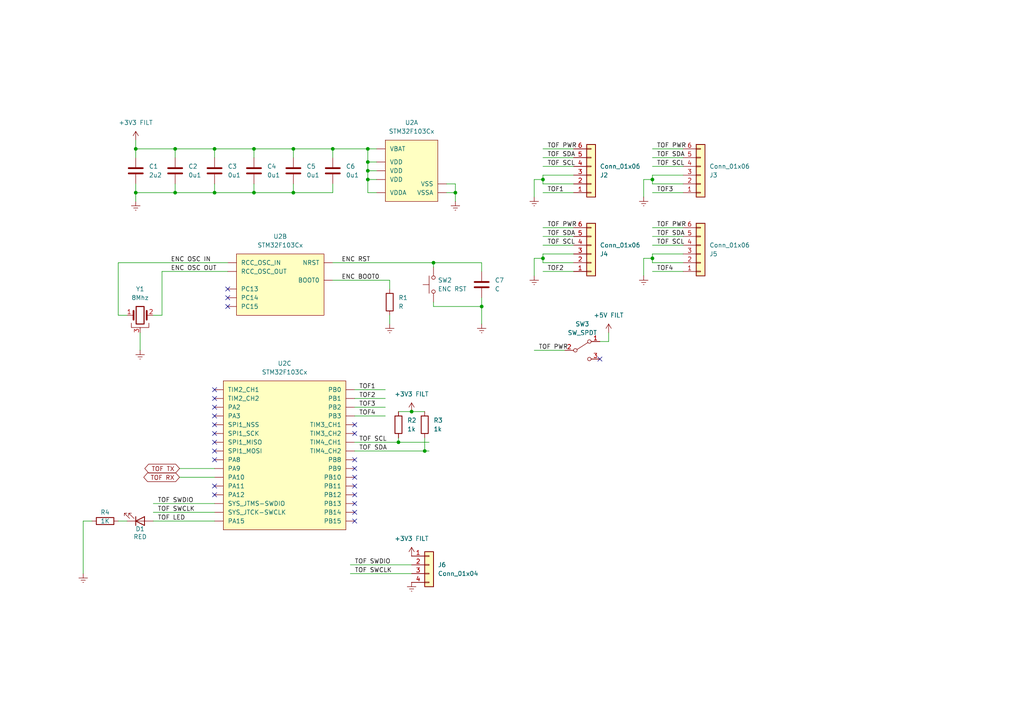
<source format=kicad_sch>
(kicad_sch (version 20231120) (generator "eeschema") (generator_version "8.0")
  (paper "A4")
  (lib_symbols
    (symbol "Connector_Generic:Conn_01x04" (pin_names (offset 1.016) hide)
      (property "Reference" "J" (at 0 5.08 0))
      (property "Value" "Conn_01x04" (at 0 -7.62 0))
      (symbol "Conn_01x04_1_1"
        (rectangle (start -1.27 -4.953) (end 0 -5.207) (stroke (width 0.1524)))
        (rectangle (start -1.27 -2.413) (end 0 -2.667) (stroke (width 0.1524)))
        (rectangle (start -1.27 0.127) (end 0 -0.127) (stroke (width 0.1524)))
        (rectangle (start -1.27 2.667) (end 0 2.413) (stroke (width 0.1524)))
        (rectangle (start -1.27 3.81) (end 1.27 -6.35) (stroke (width 0.254)) (fill (type background)))
        (pin passive line (at -5.08 2.54 0) (length 3.81) (name "Pin_1") (number "1"))
        (pin passive line (at -5.08 0 0) (length 3.81) (name "Pin_2") (number "2"))
        (pin passive line (at -5.08 -2.54 0) (length 3.81) (name "Pin_3") (number "3"))
        (pin passive line (at -5.08 -5.08 0) (length 3.81) (name "Pin_4") (number "4"))
      )
    )
    (symbol "Connector_Generic:Conn_01x06" (pin_names (offset 1.016) hide)
      (property "Reference" "J" (at 0 7.62 0))
      (property "Value" "Conn_01x06" (at 0 -10.16 0))
      (symbol "Conn_01x06_1_1"
        (rectangle (start -1.27 -7.493) (end 0 -7.747) (stroke (width 0.1524)))
        (rectangle (start -1.27 -4.953) (end 0 -5.207) (stroke (width 0.1524)))
        (rectangle (start -1.27 -2.413) (end 0 -2.667) (stroke (width 0.1524)))
        (rectangle (start -1.27 0.127) (end 0 -0.127) (stroke (width 0.1524)))
        (rectangle (start -1.27 2.667) (end 0 2.413) (stroke (width 0.1524)))
        (rectangle (start -1.27 5.207) (end 0 4.953) (stroke (width 0.1524)))
        (rectangle (start -1.27 6.35) (end 1.27 -8.89) (stroke (width 0.254)) (fill (type background)))
        (pin passive line (at -5.08 5.08 0) (length 3.81) (name "Pin_1") (number "1"))
        (pin passive line (at -5.08 2.54 0) (length 3.81) (name "Pin_2") (number "2"))
        (pin passive line (at -5.08 0 0) (length 3.81) (name "Pin_3") (number "3"))
        (pin passive line (at -5.08 -2.54 0) (length 3.81) (name "Pin_4") (number "4"))
        (pin passive line (at -5.08 -5.08 0) (length 3.81) (name "Pin_5") (number "5"))
        (pin passive line (at -5.08 -7.62 0) (length 3.81) (name "Pin_6") (number "6"))
      )
    )
    (symbol "Device:C" (pin_numbers hide) (pin_names (offset 0.254))
      (property "Reference" "C" (at 0.635 2.54 0))
      (property "Value" "C" (at 0.635 -2.54 0))
      (symbol "C_0_1"
        (polyline (pts (xy -2.032 -0.762) (xy 2.032 -0.762)) (stroke (width 0.508)))
        (polyline (pts (xy -2.032 0.762) (xy 2.032 0.762)) (stroke (width 0.508)))
      )
      (symbol "C_1_1"
        (pin passive line (at 0 3.81 270) (length 2.794) (name "~") (number "1"))
        (pin passive line (at 0 -3.81 90) (length 2.794) (name "~") (number "2"))
      )
    )
    (symbol "Device:Crystal_GND3" (pin_names (offset 1.016) hide)
      (property "Reference" "Y" (at 0 5.715 0))
      (property "Value" "Crystal_GND3" (at 0 3.81 0))
      (symbol "Crystal_GND3_0_1"
        (rectangle (start -1.143 2.54) (end 1.143 -2.54) (stroke (width 0.3048)))
        (polyline (pts (xy -2.54 0) (xy -1.905 0)))
        (polyline (pts (xy -1.905 -1.27) (xy -1.905 1.27)) (stroke (width 0.508)))
        (polyline (pts (xy 0 -3.81) (xy 0 -3.556)))
        (polyline (pts (xy 1.905 0) (xy 2.54 0)))
        (polyline (pts (xy 1.905 1.27) (xy 1.905 -1.27)) (stroke (width 0.508)))
        (polyline (pts (xy -2.54 -2.286) (xy -2.54 -3.556) (xy 2.54 -3.556) (xy 2.54 -2.286)))
      )
      (symbol "Crystal_GND3_1_1"
        (pin passive line (at -3.81 0 0) (length 1.27) (name "1") (number "1"))
        (pin passive line (at 3.81 0 180) (length 1.27) (name "2") (number "2"))
        (pin passive line (at 0 -5.08 90) (length 1.27) (name "3") (number "3"))
      )
    )
    (symbol "Device:LED" (pin_numbers hide) (pin_names (offset 1.016) hide)
      (property "Reference" "D" (at 0 2.54 0))
      (property "Value" "LED" (at 0 -2.54 0))
      (symbol "LED_0_1"
        (polyline (pts (xy -1.27 -1.27) (xy -1.27 1.27)) (stroke (width 0.254)))
        (polyline (pts (xy -1.27 0) (xy 1.27 0)))
        (polyline (pts (xy 1.27 -1.27) (xy 1.27 1.27) (xy -1.27 0) (xy 1.27 -1.27)) (stroke (width 0.254)))
        (polyline (pts (xy -3.048 -0.762) (xy -4.572 -2.286) (xy -3.81 -2.286) (xy -4.572 -2.286) (xy -4.572 -1.524)))
        (polyline (pts (xy -1.778 -0.762) (xy -3.302 -2.286) (xy -2.54 -2.286) (xy -3.302 -2.286) (xy -3.302 -1.524)))
      )
      (symbol "LED_1_1"
        (pin passive line (at -3.81 0 0) (length 2.54) (name "K") (number "1"))
        (pin passive line (at 3.81 0 180) (length 2.54) (name "A") (number "2"))
      )
    )
    (symbol "Device:R" (pin_numbers hide) (pin_names (offset 0))
      (property "Reference" "R" (at 2.032 0 90))
      (property "Value" "R" (at 0 0 90))
      (symbol "R_0_1"
        (rectangle (start -1.016 -2.54) (end 1.016 2.54) (stroke (width 0.254)))
      )
      (symbol "R_1_1"
        (pin passive line (at 0 3.81 270) (length 1.27) (name "~") (number "1"))
        (pin passive line (at 0 -3.81 90) (length 1.27) (name "~") (number "2"))
      )
    )
    (symbol "STM32F103Cx_1" (pin_numbers hide) (pin_names (offset 1.27))
      (property "Reference" "U" (at 0 1.778 0))
      (property "Value" "STM32F103Cx" (at 9.144 1.778 0))
      (symbol "STM32F103Cx_1_1_1"
        (rectangle (start -7.62 0) (end 7.62 -17.78) (fill (type background)))
        (pin power_in line (at -10.16 -2.54 0) (length 2.54) (name "VBAT") (number "1"))
        (pin power_in line (at 10.16 -12.7 180) (length 2.54) (name "VSS") (number "23"))
        (pin power_in line (at -10.16 -11.43 0) (length 2.54) (name "VDD") (number "24"))
        (pin passive line (at 10.16 -12.7 180) (length 2.54) hide (name "VSS") (number "35"))
        (pin power_in line (at -10.16 -8.89 0) (length 2.54) (name "VDD") (number "36"))
        (pin passive line (at 10.16 -12.7 180) (length 2.54) hide (name "VSS") (number "47"))
        (pin power_in line (at -10.16 -6.35 0) (length 2.54) (name "VDD") (number "48"))
        (pin power_in line (at 10.16 -15.24 180) (length 2.54) (name "VSSA") (number "8"))
        (pin power_in line (at -10.16 -15.24 0) (length 2.54) (name "VDDA") (number "9"))
      )
      (symbol "STM32F103Cx_1_2_1"
        (rectangle (start -12.7 0) (end 12.7 -17.78) (fill (type background)))
        (pin bidirectional line (at -15.24 -10.16 0) (length 2.54) (name "PC13") (number "2"))
        (pin bidirectional line (at -15.24 -12.7 0) (length 2.54) (name "PC14") (number "3"))
        (pin bidirectional line (at -15.24 -15.24 0) (length 2.54) (name "PC15") (number "4"))
        (pin input line (at 15.24 -7.62 180) (length 2.54) (name "BOOT0") (number "44"))
        (pin bidirectional line (at -15.24 -2.54 0) (length 2.54) (name "PD0") (number "5") (alternate "RCC_OSC_IN" bidirectional line))
        (pin bidirectional line (at -15.24 -5.08 0) (length 2.54) (name "PD1") (number "6") (alternate "RCC_OSC_OUT" bidirectional line))
        (pin input line (at 15.24 -2.54 180) (length 2.54) (name "NRST") (number "7"))
      )
      (symbol "STM32F103Cx_1_3_1"
        (rectangle (start -17.78 0) (end 17.78 -43.18) (fill (type background)))
        (pin bidirectional line (at -20.32 -2.54 0) (length 2.54) (name "PA0") (number "10") (alternate "TIM2_CH1" bidirectional line))
        (pin bidirectional line (at -20.32 -5.08 0) (length 2.54) (name "PA1") (number "11") (alternate "TIM2_CH2" bidirectional line))
        (pin bidirectional line (at -20.32 -7.62 0) (length 2.54) (name "PA2") (number "12"))
        (pin bidirectional line (at -20.32 -10.16 0) (length 2.54) (name "PA3") (number "13"))
        (pin bidirectional line (at -20.32 -12.7 0) (length 2.54) (name "PA4") (number "14") (alternate "SPI1_NSS" bidirectional line))
        (pin bidirectional line (at -20.32 -15.24 0) (length 2.54) (name "PA5") (number "15") (alternate "SPI1_SCK" bidirectional line))
        (pin bidirectional line (at -20.32 -17.78 0) (length 2.54) (name "PA6") (number "16") (alternate "SPI1_MISO" bidirectional line) (alternate "TIM3_CH1" bidirectional line))
        (pin bidirectional line (at -20.32 -20.32 0) (length 2.54) (name "PA7") (number "17") (alternate "SPI1_MOSI" bidirectional line) (alternate "TIM3_CH2" bidirectional line))
        (pin bidirectional line (at 20.32 -2.54 180) (length 2.54) (name "PB0") (number "18"))
        (pin bidirectional line (at 20.32 -5.08 180) (length 2.54) (name "PB1") (number "19"))
        (pin bidirectional line (at 20.32 -7.62 180) (length 2.54) (name "PB2") (number "20"))
        (pin bidirectional line (at 20.32 -27.94 180) (length 2.54) (name "PB10") (number "21"))
        (pin bidirectional line (at 20.32 -30.48 180) (length 2.54) (name "PB11") (number "22"))
        (pin bidirectional line (at 20.32 -33.02 180) (length 2.54) (name "PB12") (number "25"))
        (pin bidirectional line (at 20.32 -35.56 180) (length 2.54) (name "PB13") (number "26"))
        (pin bidirectional line (at 20.32 -38.1 180) (length 2.54) (name "PB14") (number "27"))
        (pin bidirectional line (at 20.32 -40.64 180) (length 2.54) (name "PB15") (number "28"))
        (pin bidirectional line (at -20.32 -22.86 0) (length 2.54) (name "PA8") (number "29") (alternate "" input line) (alternate "" input line))
        (pin bidirectional line (at -20.32 -25.4 0) (length 2.54) (name "PA9") (number "30"))
        (pin bidirectional line (at -20.32 -27.94 0) (length 2.54) (name "PA10") (number "31"))
        (pin bidirectional line (at -20.32 -30.48 0) (length 2.54) (name "PA11") (number "32"))
        (pin bidirectional line (at -20.32 -33.02 0) (length 2.54) (name "PA12") (number "33"))
        (pin bidirectional line (at -20.32 -35.56 0) (length 2.54) (name "PA13") (number "34") (alternate "SYS_JTMS-SWDIO" bidirectional line))
        (pin bidirectional line (at -20.32 -38.1 0) (length 2.54) (name "PA14") (number "37") (alternate "SYS_JTCK-SWCLK" bidirectional line))
        (pin bidirectional line (at -20.32 -40.64 0) (length 2.54) (name "PA15") (number "38") (alternate "SPI1_NSS" bidirectional line) (alternate "TIM2_CH1" bidirectional line))
        (pin bidirectional line (at 20.32 -10.16 180) (length 2.54) (name "PB3") (number "39") (alternate "SPI1_SCK" bidirectional line) (alternate "TIM2_CH2" bidirectional line))
        (pin bidirectional line (at 20.32 -12.7 180) (length 2.54) (name "PB4") (number "40") (alternate "SPI1_MISO" bidirectional line) (alternate "TIM3_CH1" bidirectional line))
        (pin bidirectional line (at 20.32 -15.24 180) (length 2.54) (name "PB5") (number "41") (alternate "SPI1_MOSI" bidirectional line) (alternate "TIM3_CH2" bidirectional line))
        (pin bidirectional line (at 20.32 -17.78 180) (length 2.54) (name "PB6") (number "42") (alternate "" input line) (alternate "TIM4_CH1" bidirectional line))
        (pin bidirectional line (at 20.32 -20.32 180) (length 2.54) (name "PB7") (number "43") (alternate "" input line) (alternate "TIM4_CH2" bidirectional line))
        (pin bidirectional line (at 20.32 -22.86 180) (length 2.54) (name "PB8") (number "45"))
        (pin bidirectional line (at 20.32 -25.4 180) (length 2.54) (name "PB9") (number "46"))
      )
    )
    (symbol "STM32F103Cx_2" (pin_numbers hide) (pin_names (offset 1.27))
      (property "Reference" "U" (at 0 1.778 0))
      (property "Value" "STM32F103Cx" (at 9.144 1.778 0))
      (symbol "STM32F103Cx_2_1_1"
        (rectangle (start -7.62 0) (end 7.62 -17.78) (fill (type background)))
        (pin power_in line (at -10.16 -2.54 0) (length 2.54) (name "VBAT") (number "1"))
        (pin power_in line (at 10.16 -12.7 180) (length 2.54) (name "VSS") (number "23"))
        (pin power_in line (at -10.16 -11.43 0) (length 2.54) (name "VDD") (number "24"))
        (pin passive line (at 10.16 -12.7 180) (length 2.54) hide (name "VSS") (number "35"))
        (pin power_in line (at -10.16 -8.89 0) (length 2.54) (name "VDD") (number "36"))
        (pin passive line (at 10.16 -12.7 180) (length 2.54) hide (name "VSS") (number "47"))
        (pin power_in line (at -10.16 -6.35 0) (length 2.54) (name "VDD") (number "48"))
        (pin passive line (at 10.16 -12.7 180) (length 2.54) hide (name "EP") (number "49"))
        (pin power_in line (at 10.16 -15.24 180) (length 2.54) (name "VSSA") (number "8"))
        (pin power_in line (at -10.16 -15.24 0) (length 2.54) (name "VDDA") (number "9"))
      )
      (symbol "STM32F103Cx_2_2_1"
        (rectangle (start -12.7 0) (end 12.7 -17.78) (fill (type background)))
        (pin bidirectional line (at -15.24 -10.16 0) (length 2.54) (name "PC13") (number "2"))
        (pin bidirectional line (at -15.24 -12.7 0) (length 2.54) (name "PC14") (number "3"))
        (pin bidirectional line (at -15.24 -15.24 0) (length 2.54) (name "PC15") (number "4"))
        (pin input line (at 15.24 -7.62 180) (length 2.54) (name "BOOT0") (number "44"))
        (pin bidirectional line (at -15.24 -2.54 0) (length 2.54) (name "PD0") (number "5") (alternate "RCC_OSC_IN" bidirectional line))
        (pin bidirectional line (at -15.24 -5.08 0) (length 2.54) (name "PD1") (number "6") (alternate "RCC_OSC_OUT" bidirectional line))
        (pin input line (at 15.24 -2.54 180) (length 2.54) (name "NRST") (number "7"))
      )
      (symbol "STM32F103Cx_2_3_1"
        (rectangle (start -17.78 0) (end 17.78 -43.18) (fill (type background)))
        (pin bidirectional line (at -20.32 -2.54 0) (length 2.54) (name "PA0") (number "10") (alternate "TIM2_CH1" bidirectional line))
        (pin bidirectional line (at -20.32 -5.08 0) (length 2.54) (name "PA1") (number "11") (alternate "TIM2_CH2" bidirectional line))
        (pin bidirectional line (at -20.32 -7.62 0) (length 2.54) (name "PA2") (number "12"))
        (pin bidirectional line (at -20.32 -10.16 0) (length 2.54) (name "PA3") (number "13"))
        (pin bidirectional line (at -20.32 -12.7 0) (length 2.54) (name "PA4") (number "14") (alternate "SPI1_NSS" bidirectional line))
        (pin bidirectional line (at -20.32 -15.24 0) (length 2.54) (name "PA5") (number "15") (alternate "SPI1_SCK" bidirectional line))
        (pin bidirectional line (at -20.32 -17.78 0) (length 2.54) (name "PA6") (number "16") (alternate "SPI1_MISO" bidirectional line) (alternate "TIM3_CH1" bidirectional line))
        (pin bidirectional line (at -20.32 -20.32 0) (length 2.54) (name "PA7") (number "17") (alternate "SPI1_MOSI" bidirectional line) (alternate "TIM3_CH2" bidirectional line))
        (pin bidirectional line (at 20.32 -2.54 180) (length 2.54) (name "PB0") (number "18"))
        (pin bidirectional line (at 20.32 -5.08 180) (length 2.54) (name "PB1") (number "19"))
        (pin bidirectional line (at 20.32 -7.62 180) (length 2.54) (name "PB2") (number "20"))
        (pin bidirectional line (at 20.32 -27.94 180) (length 2.54) (name "PB10") (number "21"))
        (pin bidirectional line (at 20.32 -30.48 180) (length 2.54) (name "PB11") (number "22"))
        (pin bidirectional line (at 20.32 -33.02 180) (length 2.54) (name "PB12") (number "25"))
        (pin bidirectional line (at 20.32 -35.56 180) (length 2.54) (name "PB13") (number "26"))
        (pin bidirectional line (at 20.32 -38.1 180) (length 2.54) (name "PB14") (number "27"))
        (pin bidirectional line (at 20.32 -40.64 180) (length 2.54) (name "PB15") (number "28"))
        (pin bidirectional line (at -20.32 -22.86 0) (length 2.54) (name "PA8") (number "29"))
        (pin bidirectional line (at -20.32 -25.4 0) (length 2.54) (name "PA9") (number "30"))
        (pin bidirectional line (at -20.32 -27.94 0) (length 2.54) (name "PA10") (number "31"))
        (pin bidirectional line (at -20.32 -30.48 0) (length 2.54) (name "PA11") (number "32"))
        (pin bidirectional line (at -20.32 -33.02 0) (length 2.54) (name "PA12") (number "33"))
        (pin bidirectional line (at -20.32 -35.56 0) (length 2.54) (name "PA13") (number "34") (alternate "SYS_JTMS-SWDIO" bidirectional line))
        (pin bidirectional line (at -20.32 -38.1 0) (length 2.54) (name "PA14") (number "37") (alternate "SYS_JTCK-SWCLK" bidirectional line))
        (pin bidirectional line (at -20.32 -40.64 0) (length 2.54) (name "PA15") (number "38") (alternate "SPI1_NSS" bidirectional line) (alternate "TIM2_CH1" bidirectional line))
        (pin bidirectional line (at 20.32 -10.16 180) (length 2.54) (name "PB3") (number "39") (alternate "SPI1_SCK" bidirectional line) (alternate "TIM2_CH2" bidirectional line))
        (pin bidirectional line (at 20.32 -12.7 180) (length 2.54) (name "PB4") (number "40") (alternate "SPI1_MISO" bidirectional line) (alternate "TIM3_CH1" bidirectional line))
        (pin bidirectional line (at 20.32 -15.24 180) (length 2.54) (name "PB5") (number "41") (alternate "SPI1_MOSI" bidirectional line) (alternate "TIM3_CH2" bidirectional line))
        (pin bidirectional line (at 20.32 -17.78 180) (length 2.54) (name "PB6") (number "42") (alternate "TIM4_CH1" bidirectional line))
        (pin bidirectional line (at 20.32 -20.32 180) (length 2.54) (name "PB7") (number "43") (alternate "TIM4_CH2" bidirectional line))
        (pin bidirectional line (at 20.32 -22.86 180) (length 2.54) (name "PB8") (number "45"))
        (pin bidirectional line (at 20.32 -25.4 180) (length 2.54) (name "PB9") (number "46"))
      )
    )
    (symbol "Switch:SW_Push" (pin_numbers hide) (pin_names (offset 1.016) hide)
      (property "Reference" "SW" (at 1.27 2.54 0))
      (property "Value" "SW_Push" (at 0 -1.524 0))
      (symbol "SW_Push_0_1"
        (circle (center -2.032 0) (radius 0.508))
        (polyline (pts (xy 0 1.27) (xy 0 3.048)))
        (polyline (pts (xy 2.54 1.27) (xy -2.54 1.27)))
        (circle (center 2.032 0) (radius 0.508))
        (pin passive line (at -5.08 0 0) (length 2.54) (name "1") (number "1"))
        (pin passive line (at 5.08 0 180) (length 2.54) (name "2") (number "2"))
      )
    )
    (symbol "Switch:SW_SPDT" (pin_names (offset 0) hide)
      (property "Reference" "SW" (at 0 4.318 0))
      (property "Value" "SW_SPDT" (at 0 -5.08 0))
      (symbol "SW_SPDT_0_0"
        (circle (center -2.032 0) (radius 0.508))
        (circle (center 2.032 -2.54) (radius 0.508))
      )
      (symbol "SW_SPDT_0_1"
        (polyline (pts (xy -1.524 0.254) (xy 1.651 2.286)))
        (circle (center 2.032 2.54) (radius 0.508))
      )
      (symbol "SW_SPDT_1_1"
        (pin passive line (at 5.08 2.54 180) (length 2.54) (name "A") (number "1"))
        (pin passive line (at -5.08 0 0) (length 2.54) (name "B") (number "2"))
        (pin passive line (at 5.08 -2.54 180) (length 2.54) (name "C") (number "3"))
      )
    )
    (symbol "power:+3V3" (power) (pin_numbers hide) (pin_names (offset 0) hide)
      (property "Value" "+3V3" (at 0 3.556 0))
      (symbol "+3V3_0_1"
        (polyline (pts (xy -0.762 1.27) (xy 0 2.54)))
        (polyline (pts (xy 0 0) (xy 0 2.54)))
        (polyline (pts (xy 0 2.54) (xy 0.762 1.27)))
      )
      (symbol "+3V3_1_1"
        (pin power_in line (at 0 0 90) (length 0) (name "~") (number "1"))
      )
    )
    (symbol "power:+5V" (power) (pin_names (offset 0))
      (property "Value" "+5V" (at 0 3.556 0))
      (symbol "+5V_0_1"
        (polyline (pts (xy -0.762 1.27) (xy 0 2.54)))
        (polyline (pts (xy 0 0) (xy 0 2.54)))
        (polyline (pts (xy 0 2.54) (xy 0.762 1.27)))
      )
      (symbol "+5V_1_1"
        (pin power_in line (at 0 0 90) (length 0) hide (name "+5V") (number "1"))
      )
    )
    (symbol "power:GNDREF" (power) (pin_numbers hide) (pin_names (offset 0) hide)
      (property "Value" "GNDREF" (at 0 -3.81 0))
      (symbol "GNDREF_0_1"
        (polyline (pts (xy -0.635 -1.905) (xy 0.635 -1.905)))
        (polyline (pts (xy -0.127 -2.54) (xy 0.127 -2.54)))
        (polyline (pts (xy 0 -1.27) (xy 0 0)))
        (polyline (pts (xy 1.27 -1.27) (xy -1.27 -1.27)))
      )
      (symbol "GNDREF_1_1"
        (pin power_in line (at 0 0 270) (length 0) (name "~") (number "1"))
      )
    )
    (symbol "vincent:STM32F103Cx" (pin_numbers hide) (pin_names (offset 1.27))
      (property "Reference" "U" (at 0 1.778 0))
      (property "Value" "STM32F103Cx" (at 9.144 1.778 0))
      (symbol "STM32F103Cx_1_1"
        (rectangle (start -7.62 0) (end 7.62 -17.78) (fill (type background)))
        (pin power_in line (at -10.16 -2.54 0) (length 2.54) (name "VBAT") (number "1"))
        (pin power_in line (at 10.16 -12.7 180) (length 2.54) (name "VSS") (number "23"))
        (pin power_in line (at -10.16 -11.43 0) (length 2.54) (name "VDD") (number "24"))
        (pin passive line (at 10.16 -12.7 180) (length 2.54) hide (name "VSS") (number "35"))
        (pin power_in line (at -10.16 -8.89 0) (length 2.54) (name "VDD") (number "36"))
        (pin passive line (at 10.16 -12.7 180) (length 2.54) hide (name "VSS") (number "47"))
        (pin power_in line (at -10.16 -6.35 0) (length 2.54) (name "VDD") (number "48"))
        (pin power_in line (at 10.16 -15.24 180) (length 2.54) (name "VSSA") (number "8"))
        (pin power_in line (at -10.16 -15.24 0) (length 2.54) (name "VDDA") (number "9"))
      )
      (symbol "STM32F103Cx_2_1"
        (rectangle (start -12.7 0) (end 12.7 -17.78) (fill (type background)))
        (pin bidirectional line (at -15.24 -10.16 0) (length 2.54) (name "PC13") (number "2"))
        (pin bidirectional line (at -15.24 -12.7 0) (length 2.54) (name "PC14") (number "3"))
        (pin bidirectional line (at -15.24 -15.24 0) (length 2.54) (name "PC15") (number "4"))
        (pin input line (at 15.24 -7.62 180) (length 2.54) (name "BOOT0") (number "44"))
        (pin bidirectional line (at -15.24 -2.54 0) (length 2.54) (name "PD0") (number "5") (alternate "RCC_OSC_IN" bidirectional line))
        (pin bidirectional line (at -15.24 -5.08 0) (length 2.54) (name "PD1") (number "6") (alternate "RCC_OSC_OUT" bidirectional line))
        (pin input line (at 15.24 -2.54 180) (length 2.54) (name "NRST") (number "7"))
      )
      (symbol "STM32F103Cx_3_1"
        (rectangle (start -17.78 0) (end 17.78 -43.18) (fill (type background)))
        (pin bidirectional line (at -20.32 -2.54 0) (length 2.54) (name "PA0") (number "10") (alternate "TIM2_CH1" bidirectional line))
        (pin bidirectional line (at -20.32 -5.08 0) (length 2.54) (name "PA1") (number "11") (alternate "TIM2_CH2" bidirectional line))
        (pin bidirectional line (at -20.32 -7.62 0) (length 2.54) (name "PA2") (number "12"))
        (pin bidirectional line (at -20.32 -10.16 0) (length 2.54) (name "PA3") (number "13"))
        (pin bidirectional line (at -20.32 -12.7 0) (length 2.54) (name "PA4") (number "14") (alternate "SPI1_NSS" bidirectional line))
        (pin bidirectional line (at -20.32 -15.24 0) (length 2.54) (name "PA5") (number "15") (alternate "SPI1_SCK" bidirectional line))
        (pin bidirectional line (at -20.32 -17.78 0) (length 2.54) (name "PA6") (number "16") (alternate "SPI1_MISO" bidirectional line) (alternate "TIM3_CH1" bidirectional line))
        (pin bidirectional line (at -20.32 -20.32 0) (length 2.54) (name "PA7") (number "17") (alternate "SPI1_MOSI" bidirectional line) (alternate "TIM3_CH2" bidirectional line))
        (pin bidirectional line (at 20.32 -2.54 180) (length 2.54) (name "PB0") (number "18"))
        (pin bidirectional line (at 20.32 -5.08 180) (length 2.54) (name "PB1") (number "19"))
        (pin bidirectional line (at 20.32 -7.62 180) (length 2.54) (name "PB2") (number "20"))
        (pin bidirectional line (at 20.32 -27.94 180) (length 2.54) (name "PB10") (number "21"))
        (pin bidirectional line (at 20.32 -30.48 180) (length 2.54) (name "PB11") (number "22"))
        (pin bidirectional line (at 20.32 -33.02 180) (length 2.54) (name "PB12") (number "25"))
        (pin bidirectional line (at 20.32 -35.56 180) (length 2.54) (name "PB13") (number "26"))
        (pin bidirectional line (at 20.32 -38.1 180) (length 2.54) (name "PB14") (number "27"))
        (pin bidirectional line (at 20.32 -40.64 180) (length 2.54) (name "PB15") (number "28"))
        (pin bidirectional line (at -20.32 -22.86 0) (length 2.54) (name "PA8") (number "29"))
        (pin bidirectional line (at -20.32 -25.4 0) (length 2.54) (name "PA9") (number "30"))
        (pin bidirectional line (at -20.32 -27.94 0) (length 2.54) (name "PA10") (number "31"))
        (pin bidirectional line (at -20.32 -30.48 0) (length 2.54) (name "PA11") (number "32"))
        (pin bidirectional line (at -20.32 -33.02 0) (length 2.54) (name "PA12") (number "33"))
        (pin bidirectional line (at -20.32 -35.56 0) (length 2.54) (name "PA13") (number "34") (alternate "SYS_JTMS-SWDIO" bidirectional line))
        (pin bidirectional line (at -20.32 -38.1 0) (length 2.54) (name "PA14") (number "37") (alternate "SYS_JTCK-SWCLK" bidirectional line))
        (pin bidirectional line (at -20.32 -40.64 0) (length 2.54) (name "PA15") (number "38") (alternate "SPI1_NSS" bidirectional line) (alternate "TIM2_CH1" bidirectional line))
        (pin bidirectional line (at 20.32 -10.16 180) (length 2.54) (name "PB3") (number "39") (alternate "SPI1_SCK" bidirectional line) (alternate "TIM2_CH2" bidirectional line))
        (pin bidirectional line (at 20.32 -12.7 180) (length 2.54) (name "PB4") (number "40") (alternate "SPI1_MISO" bidirectional line) (alternate "TIM3_CH1" bidirectional line))
        (pin bidirectional line (at 20.32 -15.24 180) (length 2.54) (name "PB5") (number "41") (alternate "SPI1_MOSI" bidirectional line) (alternate "TIM3_CH2" bidirectional line))
        (pin bidirectional line (at 20.32 -17.78 180) (length 2.54) (name "PB6") (number "42") (alternate "TIM4_CH1" bidirectional line))
        (pin bidirectional line (at 20.32 -20.32 180) (length 2.54) (name "PB7") (number "43") (alternate "TIM4_CH2" bidirectional line))
        (pin bidirectional line (at 20.32 -22.86 180) (length 2.54) (name "PB8") (number "45"))
        (pin bidirectional line (at 20.32 -25.4 180) (length 2.54) (name "PB9") (number "46"))
      )
    )
  )
  (junction (at 50.8 55.88))
  (junction (at 106.68 49.53))
  (junction (at 50.8 43.18))
  (junction (at 62.23 55.88))
  (junction (at 157.48 74.93))
  (junction (at 132.08 55.88))
  (junction (at 125.73 76.2))
  (junction (at 119.38 119.38))
  (junction (at 39.37 55.88))
  (junction (at 106.68 43.18))
  (junction (at 139.7 88.9))
  (junction (at 106.68 46.99))
  (junction (at 85.09 55.88))
  (junction (at 96.52 43.18))
  (junction (at 85.09 43.18))
  (junction (at 123.19 130.81))
  (junction (at 157.48 52.07))
  (junction (at 115.57 128.27))
  (junction (at 73.66 55.88))
  (junction (at 39.37 43.18))
  (junction (at 62.23 43.18))
  (junction (at 189.23 74.93))
  (junction (at 73.66 43.18))
  (junction (at 106.68 52.07))
  (junction (at 189.23 52.07))
  (no_connect (at 66.04 86.36))
  (no_connect (at 62.23 140.97))
  (no_connect (at 102.87 146.05))
  (no_connect (at 62.23 118.11))
  (no_connect (at 62.23 128.27))
  (no_connect (at 62.23 123.19))
  (no_connect (at 62.23 133.35))
  (no_connect (at 62.23 120.65))
  (no_connect (at 173.99 104.14))
  (no_connect (at 102.87 133.35))
  (no_connect (at 102.87 138.43))
  (no_connect (at 102.87 140.97))
  (no_connect (at 102.87 143.51))
  (no_connect (at 62.23 115.57))
  (no_connect (at 102.87 123.19))
  (no_connect (at 102.87 151.13))
  (no_connect (at 102.87 125.73))
  (no_connect (at 66.04 83.82))
  (no_connect (at 66.04 88.9))
  (no_connect (at 102.87 148.59))
  (no_connect (at 102.87 135.89))
  (no_connect (at 62.23 113.03))
  (no_connect (at 62.23 143.51))
  (no_connect (at 62.23 125.73))
  (no_connect (at 62.23 130.81))
  (wire (pts (xy 132.08 55.88) (xy 132.08 58.42)))
  (wire (pts (xy 173.99 99.06) (xy 176.53 99.06)))
  (wire (pts (xy 157.48 55.88) (xy 166.37 55.88)))
  (wire (pts (xy 96.52 43.18) (xy 106.68 43.18)))
  (wire (pts (xy 139.7 88.9) (xy 139.7 93.98)))
  (wire (pts (xy 115.57 128.27) (xy 124.46 128.27)))
  (wire (pts (xy 73.66 43.18) (xy 85.09 43.18)))
  (wire (pts (xy 44.45 146.05) (xy 62.23 146.05)))
  (wire (pts (xy 132.08 53.34) (xy 132.08 55.88)))
  (wire (pts (xy 50.8 43.18) (xy 62.23 43.18)))
  (wire (pts (xy 129.54 53.34) (xy 132.08 53.34)))
  (wire (pts (xy 36.83 151.13) (xy 34.29 151.13)))
  (wire (pts (xy 62.23 43.18) (xy 73.66 43.18)))
  (wire (pts (xy 102.87 128.27) (xy 115.57 128.27)))
  (wire (pts (xy 189.23 50.8) (xy 189.23 52.07)))
  (wire (pts (xy 157.48 53.34) (xy 166.37 53.34)))
  (wire (pts (xy 189.23 45.72) (xy 198.12 45.72)))
  (wire (pts (xy 157.48 74.93) (xy 157.48 76.2)))
  (wire (pts (xy 157.48 68.58) (xy 166.37 68.58)))
  (wire (pts (xy 189.23 74.93) (xy 186.69 74.93)))
  (wire (pts (xy 115.57 127) (xy 115.57 128.27)))
  (wire (pts (xy 154.94 74.93) (xy 154.94 80.01)))
  (wire (pts (xy 102.87 113.03) (xy 111.76 113.03)))
  (wire (pts (xy 157.48 43.18) (xy 166.37 43.18)))
  (wire (pts (xy 34.29 76.2) (xy 66.04 76.2)))
  (wire (pts (xy 125.73 88.9) (xy 139.7 88.9)))
  (wire (pts (xy 189.23 71.12) (xy 198.12 71.12)))
  (wire (pts (xy 198.12 50.8) (xy 189.23 50.8)))
  (wire (pts (xy 102.87 120.65) (xy 111.76 120.65)))
  (wire (pts (xy 129.54 55.88) (xy 132.08 55.88)))
  (wire (pts (xy 66.04 78.74) (xy 46.99 78.74)))
  (wire (pts (xy 50.8 43.18) (xy 50.8 45.72)))
  (wire (pts (xy 157.48 78.74) (xy 166.37 78.74)))
  (wire (pts (xy 166.37 73.66) (xy 157.48 73.66)))
  (wire (pts (xy 102.87 130.81) (xy 123.19 130.81)))
  (wire (pts (xy 157.48 73.66) (xy 157.48 74.93)))
  (wire (pts (xy 101.6 166.37) (xy 119.38 166.37)))
  (wire (pts (xy 39.37 55.88) (xy 39.37 58.42)))
  (wire (pts (xy 157.48 45.72) (xy 166.37 45.72)))
  (wire (pts (xy 85.09 43.18) (xy 96.52 43.18)))
  (wire (pts (xy 123.19 130.81) (xy 124.46 130.81)))
  (wire (pts (xy 50.8 55.88) (xy 62.23 55.88)))
  (wire (pts (xy 96.52 76.2) (xy 125.73 76.2)))
  (wire (pts (xy 119.38 119.38) (xy 123.19 119.38)))
  (wire (pts (xy 39.37 43.18) (xy 50.8 43.18)))
  (wire (pts (xy 189.23 78.74) (xy 198.12 78.74)))
  (wire (pts (xy 62.23 138.43) (xy 52.07 138.43)))
  (wire (pts (xy 154.94 52.07) (xy 154.94 57.15)))
  (wire (pts (xy 189.23 53.34) (xy 198.12 53.34)))
  (wire (pts (xy 39.37 53.34) (xy 39.37 55.88)))
  (wire (pts (xy 157.48 66.04) (xy 166.37 66.04)))
  (wire (pts (xy 40.64 96.52) (xy 40.64 101.6)))
  (wire (pts (xy 44.45 91.44) (xy 46.99 91.44)))
  (wire (pts (xy 73.66 55.88) (xy 85.09 55.88)))
  (wire (pts (xy 26.67 151.13) (xy 24.13 151.13)))
  (wire (pts (xy 73.66 53.34) (xy 73.66 55.88)))
  (wire (pts (xy 44.45 151.13) (xy 62.23 151.13)))
  (wire (pts (xy 85.09 55.88) (xy 96.52 55.88)))
  (wire (pts (xy 106.68 49.53) (xy 109.22 49.53)))
  (wire (pts (xy 106.68 43.18) (xy 106.68 46.99)))
  (wire (pts (xy 186.69 74.93) (xy 186.69 80.01)))
  (wire (pts (xy 157.48 74.93) (xy 154.94 74.93)))
  (wire (pts (xy 39.37 55.88) (xy 50.8 55.88)))
  (wire (pts (xy 106.68 46.99) (xy 106.68 49.53)))
  (wire (pts (xy 139.7 76.2) (xy 139.7 78.74)))
  (wire (pts (xy 189.23 76.2) (xy 198.12 76.2)))
  (wire (pts (xy 102.87 118.11) (xy 111.76 118.11)))
  (wire (pts (xy 157.48 52.07) (xy 154.94 52.07)))
  (wire (pts (xy 46.99 78.74) (xy 46.99 91.44)))
  (wire (pts (xy 85.09 43.18) (xy 85.09 45.72)))
  (wire (pts (xy 62.23 135.89) (xy 52.07 135.89)))
  (wire (pts (xy 34.29 76.2) (xy 34.29 91.44)))
  (wire (pts (xy 113.03 91.44) (xy 113.03 93.98)))
  (wire (pts (xy 96.52 53.34) (xy 96.52 55.88)))
  (wire (pts (xy 157.48 52.07) (xy 157.48 53.34)))
  (wire (pts (xy 24.13 151.13) (xy 24.13 166.37)))
  (wire (pts (xy 189.23 73.66) (xy 189.23 74.93)))
  (wire (pts (xy 101.6 163.83) (xy 119.38 163.83)))
  (wire (pts (xy 96.52 81.28) (xy 113.03 81.28)))
  (wire (pts (xy 157.48 71.12) (xy 166.37 71.12)))
  (wire (pts (xy 154.94 101.6) (xy 163.83 101.6)))
  (wire (pts (xy 189.23 74.93) (xy 189.23 76.2)))
  (wire (pts (xy 106.68 52.07) (xy 109.22 52.07)))
  (wire (pts (xy 189.23 52.07) (xy 189.23 53.34)))
  (wire (pts (xy 44.45 148.59) (xy 62.23 148.59)))
  (wire (pts (xy 125.73 76.2) (xy 139.7 76.2)))
  (wire (pts (xy 166.37 50.8) (xy 157.48 50.8)))
  (wire (pts (xy 157.48 76.2) (xy 166.37 76.2)))
  (wire (pts (xy 123.19 127) (xy 123.19 130.81)))
  (wire (pts (xy 109.22 43.18) (xy 106.68 43.18)))
  (wire (pts (xy 36.83 91.44) (xy 34.29 91.44)))
  (wire (pts (xy 113.03 81.28) (xy 113.03 83.82)))
  (wire (pts (xy 189.23 55.88) (xy 198.12 55.88)))
  (wire (pts (xy 96.52 43.18) (xy 96.52 45.72)))
  (wire (pts (xy 39.37 40.64) (xy 39.37 43.18)))
  (wire (pts (xy 176.53 96.52) (xy 176.53 99.06)))
  (wire (pts (xy 50.8 53.34) (xy 50.8 55.88)))
  (wire (pts (xy 102.87 115.57) (xy 111.76 115.57)))
  (wire (pts (xy 106.68 49.53) (xy 106.68 52.07)))
  (wire (pts (xy 186.69 52.07) (xy 186.69 57.15)))
  (wire (pts (xy 106.68 46.99) (xy 109.22 46.99)))
  (wire (pts (xy 115.57 119.38) (xy 119.38 119.38)))
  (wire (pts (xy 106.68 52.07) (xy 106.68 55.88)))
  (wire (pts (xy 125.73 87.63) (xy 125.73 88.9)))
  (wire (pts (xy 62.23 53.34) (xy 62.23 55.88)))
  (wire (pts (xy 189.23 66.04) (xy 198.12 66.04)))
  (wire (pts (xy 106.68 55.88) (xy 109.22 55.88)))
  (wire (pts (xy 73.66 43.18) (xy 73.66 45.72)))
  (wire (pts (xy 157.48 50.8) (xy 157.48 52.07)))
  (wire (pts (xy 189.23 68.58) (xy 198.12 68.58)))
  (wire (pts (xy 125.73 76.2) (xy 125.73 77.47)))
  (wire (pts (xy 189.23 52.07) (xy 186.69 52.07)))
  (wire (pts (xy 189.23 43.18) (xy 198.12 43.18)))
  (wire (pts (xy 139.7 86.36) (xy 139.7 88.9)))
  (wire (pts (xy 198.12 73.66) (xy 189.23 73.66)))
  (wire (pts (xy 157.48 48.26) (xy 166.37 48.26)))
  (wire (pts (xy 189.23 48.26) (xy 198.12 48.26)))
  (wire (pts (xy 85.09 53.34) (xy 85.09 55.88)))
  (wire (pts (xy 39.37 43.18) (xy 39.37 45.72)))
  (wire (pts (xy 62.23 55.88) (xy 73.66 55.88)))
  (wire (pts (xy 62.23 43.18) (xy 62.23 45.72)))
  (label "TOF LED" (at 45.72 151.13 0))
  (label "TOF SDA" (at 158.75 45.72 0))
  (label "TOF PWR" (at 158.75 66.04 0))
  (label "TOF SCL" (at 158.75 48.26 0))
  (label "TOF SWCLK" (at 102.87 166.37 0))
  (label "TOF SDA" (at 104.14 130.81 0))
  (label "TOF4" (at 104.14 120.65 0))
  (label "TOF3" (at 190.5 55.88 0))
  (label "TOF4" (at 190.5 78.74 0))
  (label "TOF SWDIO" (at 45.72 146.05 0))
  (label "TOF SDA" (at 190.5 68.58 0))
  (label "TOF PWR" (at 190.5 66.04 0))
  (label "TOF SCL" (at 158.75 71.12 0))
  (label "TOF SDA" (at 158.75 68.58 0))
  (label "ENC OSC OUT" (at 49.53 78.74 0))
  (label "ENC OSC IN" (at 49.53 76.2 0))
  (label "ENC RST" (at 99.06 76.2 0))
  (label "TOF1" (at 158.75 55.88 0))
  (label "TOF2" (at 104.14 115.57 0))
  (label "TOF3" (at 104.14 118.11 0))
  (label "ENC BOOT0" (at 99.06 81.28 0))
  (label "TOF PWR" (at 156.21 101.6 0))
  (label "TOF SWCLK" (at 45.72 148.59 0))
  (label "TOF SCL" (at 190.5 71.12 0))
  (label "TOF2" (at 158.75 78.74 0))
  (label "TOF1" (at 104.14 113.03 0))
  (label "TOF SCL" (at 104.14 128.27 0))
  (label "TOF SWDIO" (at 102.87 163.83 0))
  (label "TOF PWR" (at 158.75 43.18 0))
  (label "TOF PWR" (at 190.5 43.18 0))
  (label "TOF SCL" (at 190.5 48.26 0))
  (label "TOF SDA" (at 190.5 45.72 0))
  (global_label "TOF RX" (shape bidirectional) (at 52.07 138.43 180) (property "Intersheetrefs" "${INTERSHEET_REFS}" (effects (hide yes))))
  (global_label "TOF TX" (shape bidirectional) (at 52.07 135.89 180) (property "Intersheetrefs" "${INTERSHEET_REFS}" (effects (hide yes))))
  (symbol (lib_id "Device:C") (at 39.37 49.53 0) (unit 1)
    (property "Reference" "C1" (at 43.18 48.2599 0) (effects (justify left)))
    (property "Value" "2u2" (at 43.18 50.7999 0) (effects (justify left)))
    (property "Footprint" "Library:cap0603" (effects (hide yes)))
    (property "Description" "Unpolarized capacitor" (effects (hide yes)))
  )
  (symbol (lib_id "power:GNDREF") (at 132.08 58.42 0) (unit 1)
    (property "Reference" "#PWR012" (effects (hide yes)))
    (property "Value" "GNDREF" (effects (hide yes)))
    (property "Description" "Power symbol creates a global label with name \"GNDREF\" , reference supply ground" (effects (hide yes)))
  )
  (symbol (lib_id "power:GNDREF") (at 113.03 93.98 0) (unit 1)
    (property "Reference" "#PWR015" (effects (hide yes)))
    (property "Value" "GNDREF" (effects (hide yes)))
    (property "Description" "Power symbol creates a global label with name \"GNDREF\" , reference supply ground" (effects (hide yes)))
  )
  (symbol (lib_id "Device:C") (at 73.66 49.53 0) (unit 1)
    (property "Reference" "C4" (at 77.47 48.2599 0) (effects (justify left)))
    (property "Value" "0u1" (at 77.47 50.7999 0) (effects (justify left)))
    (property "Footprint" "Library:cap0603" (effects (hide yes)))
    (property "Description" "Unpolarized capacitor" (effects (hide yes)))
  )
  (symbol (lib_id "Connector_Generic:Conn_01x06") (at 203.2 50.8 0) (mirror x) (unit 1)
    (property "Reference" "J3" (at 205.74 50.8001 0) (effects (justify left)))
    (property "Value" "Conn_01x06" (at 205.74 48.2601 0) (effects (justify left)))
    (property "Footprint" "Connector_JST:JST_PH_B6B-PH-K_1x06_P2.00mm_Vertical" (effects (hide yes)))
    (property "Description" "Generic connector, single row, 01x06, script generated (kicad-library-utils/schlib/autogen/connector/)" (effects (hide yes)))
  )
  (symbol (lib_id "power:+3V3") (at 119.38 161.29 0) (unit 1)
    (property "Reference" "#PWR020" (effects (hide yes)))
    (property "Value" "+3V3 FILT" (at 119.38 156.21 0))
    (property "Description" "Power symbol creates a global label with name \"+3V3\"" (effects (hide yes)))
  )
  (symbol (lib_id "Device:LED") (at 40.64 151.13 0) (mirror x) (unit 1)
    (property "Reference" "D1" (at 40.64 153.416 0))
    (property "Value" "RED" (at 40.64 155.702 0))
    (property "Footprint" "Library:led0603" (effects (hide yes)))
    (property "Description" "Light emitting diode" (effects (hide yes)))
  )
  (symbol (lib_id "power:GNDREF") (at 154.94 80.01 0) (unit 1)
    (property "Reference" "#PWR013" (effects (hide yes)))
    (property "Value" "GNDREF" (effects (hide yes)))
    (property "Description" "Power symbol creates a global label with name \"GNDREF\" , reference supply ground" (effects (hide yes)))
  )
  (symbol (lib_id "power:GNDREF") (at 40.64 101.6 0) (unit 1)
    (property "Reference" "#PWR018" (effects (hide yes)))
    (property "Value" "GNDREF" (effects (hide yes)))
    (property "Description" "Power symbol creates a global label with name \"GNDREF\" , reference supply ground" (effects (hide yes)))
  )
  (symbol (lib_id "Device:R") (at 30.48 151.13 270) (mirror x) (unit 1)
    (property "Reference" "R4" (at 30.48 148.59 90))
    (property "Value" "1K" (at 30.48 151.13 90))
    (property "Footprint" "Library:res0603" (effects (hide yes)))
    (property "Description" "Resistor" (effects (hide yes)))
  )
  (symbol (lib_id "power:GNDREF") (at 186.69 80.01 0) (unit 1)
    (property "Reference" "#PWR014" (effects (hide yes)))
    (property "Value" "GNDREF" (effects (hide yes)))
    (property "Description" "Power symbol creates a global label with name \"GNDREF\" , reference supply ground" (effects (hide yes)))
  )
  (symbol (lib_id "Device:C") (at 139.7 82.55 0) (unit 1)
    (property "Reference" "C7" (at 143.51 81.2799 0) (effects (justify left)))
    (property "Value" "C" (at 143.51 83.8199 0) (effects (justify left)))
    (property "Footprint" "Library:cap0603" (effects (hide yes)))
    (property "Description" "Unpolarized capacitor" (effects (hide yes)))
  )
  (symbol (lib_id "power:GNDREF") (at 39.37 58.42 0) (unit 1)
    (property "Reference" "#PWR011" (effects (hide yes)))
    (property "Value" "GNDREF" (effects (hide yes)))
    (property "Description" "Power symbol creates a global label with name \"GNDREF\" , reference supply ground" (effects (hide yes)))
  )
  (symbol (lib_name "STM32F103Cx_2") (lib_id "vincent:STM32F103Cx") (at 119.38 40.64 0) (unit 1)
    (property "Reference" "U2" (at 119.38 35.56 0))
    (property "Value" "STM32F103Cx" (at 119.38 38.1 0))
    (property "Footprint" "Package_DFN_QFN:QFN-48-1EP_7x7mm_P0.5mm_EP5.6x5.6mm" (effects (hide yes)))
  )
  (symbol (lib_id "Device:C") (at 85.09 49.53 0) (unit 1)
    (property "Reference" "C5" (at 88.9 48.2599 0) (effects (justify left)))
    (property "Value" "0u1" (at 88.9 50.7999 0) (effects (justify left)))
    (property "Footprint" "Library:cap0603" (effects (hide yes)))
    (property "Description" "Unpolarized capacitor" (effects (hide yes)))
  )
  (symbol (lib_id "Device:C") (at 62.23 49.53 0) (unit 1)
    (property "Reference" "C3" (at 66.04 48.2599 0) (effects (justify left)))
    (property "Value" "0u1" (at 66.04 50.7999 0) (effects (justify left)))
    (property "Footprint" "Library:cap0603" (effects (hide yes)))
    (property "Description" "Unpolarized capacitor" (effects (hide yes)))
  )
  (symbol (lib_id "vincent:STM32F103Cx") (at 81.28 73.66 0) (unit 2)
    (property "Reference" "U2" (at 81.28 68.58 0))
    (property "Value" "STM32F103Cx" (at 81.28 71.12 0))
    (property "Footprint" "Package_DFN_QFN:QFN-48-1EP_7x7mm_P0.5mm_EP5.6x5.6mm" (effects (hide yes)))
    (pin "6" (alternate "RCC_OSC_OUT"))
    (pin "5" (alternate "RCC_OSC_IN"))
  )
  (symbol (lib_id "Connector_Generic:Conn_01x06") (at 203.2 73.66 0) (mirror x) (unit 1)
    (property "Reference" "J5" (at 205.74 73.6601 0) (effects (justify left)))
    (property "Value" "Conn_01x06" (at 205.74 71.1201 0) (effects (justify left)))
    (property "Footprint" "Connector_JST:JST_PH_B6B-PH-K_1x06_P2.00mm_Vertical" (effects (hide yes)))
    (property "Description" "Generic connector, single row, 01x06, script generated (kicad-library-utils/schlib/autogen/connector/)" (effects (hide yes)))
  )
  (symbol (lib_id "power:+5V") (at 176.53 96.52 0) (unit 1)
    (property "Reference" "#PWR017" (effects (hide yes)))
    (property "Value" "+5V FILT" (at 176.53 91.44 0))
    (property "Description" "Power symbol creates a global label with name \"+5V\"" (effects (hide yes)))
  )
  (symbol (lib_id "Device:R") (at 123.19 123.19 0) (unit 1)
    (property "Reference" "R3" (at 125.73 121.9199 0) (effects (justify left)))
    (property "Value" "1k" (at 125.73 124.4599 0) (effects (justify left)))
    (property "Footprint" "Library:res0603" (effects (hide yes)))
    (property "Description" "Resistor" (effects (hide yes)))
  )
  (symbol (lib_id "power:GNDREF") (at 119.38 168.91 0) (unit 1)
    (property "Reference" "#PWR022" (effects (hide yes)))
    (property "Value" "GNDREF" (effects (hide yes)))
    (property "Description" "Power symbol creates a global label with name \"GNDREF\" , reference supply ground" (effects (hide yes)))
  )
  (symbol (lib_id "Device:R") (at 113.03 87.63 180) (unit 1)
    (property "Reference" "R1" (at 115.57 86.3599 0) (effects (justify right)))
    (property "Value" "R" (at 115.57 88.8999 0) (effects (justify right)))
    (property "Footprint" "Library:res0603" (effects (hide yes)))
    (property "Description" "Resistor" (effects (hide yes)))
  )
  (symbol (lib_id "power:GNDREF") (at 24.13 166.37 0) (mirror y) (unit 1)
    (property "Reference" "#PWR021" (effects (hide yes)))
    (property "Value" "GNDREF" (effects (hide yes)))
    (property "Description" "Power symbol creates a global label with name \"GNDREF\" , reference supply ground" (effects (hide yes)))
  )
  (symbol (lib_name "STM32F103Cx_1") (lib_id "vincent:STM32F103Cx") (at 82.55 110.49 0) (unit 3)
    (property "Reference" "U2" (at 82.55 105.41 0))
    (property "Value" "STM32F103Cx" (at 82.55 107.95 0))
    (property "Footprint" "Package_DFN_QFN:QFN-48-1EP_7x7mm_P0.5mm_EP5.6x5.6mm" (effects (hide yes)))
    (pin "16" (alternate "SPI1_MISO"))
    (pin "15" (alternate "SPI1_SCK"))
    (pin "17" (alternate "SPI1_MOSI"))
    (pin "34" (alternate "SYS_JTMS-SWDIO"))
    (pin "37" (alternate "SYS_JTCK-SWCLK"))
    (pin "10" (alternate "TIM2_CH1"))
    (pin "11" (alternate "TIM2_CH2"))
    (pin "42" (alternate "TIM4_CH1"))
    (pin "43" (alternate "TIM4_CH2"))
    (pin "29" (alternate "PA8"))
    (pin "40" (alternate "TIM3_CH1"))
    (pin "41" (alternate "TIM3_CH2"))
    (pin "14" (alternate "SPI1_NSS"))
  )
  (symbol (lib_id "power:GNDREF") (at 186.69 57.15 0) (unit 1)
    (property "Reference" "#PWR010" (effects (hide yes)))
    (property "Value" "GNDREF" (effects (hide yes)))
    (property "Description" "Power symbol creates a global label with name \"GNDREF\" , reference supply ground" (effects (hide yes)))
  )
  (symbol (lib_id "Device:C") (at 50.8 49.53 0) (unit 1)
    (property "Reference" "C2" (at 54.61 48.2599 0) (effects (justify left)))
    (property "Value" "0u1" (at 54.61 50.7999 0) (effects (justify left)))
    (property "Footprint" "Library:cap0603" (effects (hide yes)))
    (property "Description" "Unpolarized capacitor" (effects (hide yes)))
  )
  (symbol (lib_id "power:+3V3") (at 119.38 119.38 0) (unit 1)
    (property "Reference" "#PWR019" (effects (hide yes)))
    (property "Value" "+3V3 FILT" (at 119.38 114.3 0))
    (property "Description" "Power symbol creates a global label with name \"+3V3\"" (effects (hide yes)))
  )
  (symbol (lib_id "Device:Crystal_GND3") (at 40.64 91.44 0) (unit 1)
    (property "Reference" "Y1" (at 40.64 83.82 0))
    (property "Value" "8Mhz" (at 40.64 86.36 0))
    (property "Footprint" "Crystal:Resonator_SMD_Murata_CSTxExxV-3Pin_3.0x1.1mm" (effects (hide yes)))
    (property "Description" "Three pin crystal, GND on pin 3" (effects (hide yes)))
  )
  (symbol (lib_id "Device:C") (at 96.52 49.53 0) (unit 1)
    (property "Reference" "C6" (at 100.33 48.2599 0) (effects (justify left)))
    (property "Value" "0u1" (at 100.33 50.7999 0) (effects (justify left)))
    (property "Footprint" "Library:cap0603" (effects (hide yes)))
    (property "Description" "Unpolarized capacitor" (effects (hide yes)))
  )
  (symbol (lib_id "Device:R") (at 115.57 123.19 0) (unit 1)
    (property "Reference" "R2" (at 118.11 121.9199 0) (effects (justify left)))
    (property "Value" "1k" (at 118.11 124.4599 0) (effects (justify left)))
    (property "Footprint" "Library:res0603" (effects (hide yes)))
    (property "Description" "Resistor" (effects (hide yes)))
  )
  (symbol (lib_id "power:GNDREF") (at 139.7 93.98 0) (unit 1)
    (property "Reference" "#PWR016" (effects (hide yes)))
    (property "Value" "GNDREF" (effects (hide yes)))
    (property "Description" "Power symbol creates a global label with name \"GNDREF\" , reference supply ground" (effects (hide yes)))
  )
  (symbol (lib_id "Connector_Generic:Conn_01x06") (at 171.45 50.8 0) (mirror x) (unit 1)
    (property "Reference" "J2" (at 173.99 50.8001 0) (effects (justify left)))
    (property "Value" "Conn_01x06" (at 173.99 48.2601 0) (effects (justify left)))
    (property "Footprint" "Connector_JST:JST_PH_B6B-PH-K_1x06_P2.00mm_Vertical" (effects (hide yes)))
    (property "Description" "Generic connector, single row, 01x06, script generated (kicad-library-utils/schlib/autogen/connector/)" (effects (hide yes)))
  )
  (symbol (lib_id "Switch:SW_SPDT") (at 168.91 101.6 0) (unit 1)
    (property "Reference" "SW3" (at 168.91 93.98 0))
    (property "Value" "SW_SPDT" (at 168.91 96.52 0))
    (property "Footprint" "Library:SS12D00G3" (effects (hide yes)))
  )
  (symbol (lib_id "power:+3V3") (at 39.37 40.64 0) (unit 1)
    (property "Reference" "#PWR08" (effects (hide yes)))
    (property "Value" "+3V3 FILT" (at 39.37 35.56 0))
    (property "Description" "Power symbol creates a global label with name \"+3V3\"" (effects (hide yes)))
  )
  (symbol (lib_id "Switch:SW_Push") (at 125.73 82.55 90) (unit 1)
    (property "Reference" "SW2" (at 127 81.2799 90) (effects (justify right)))
    (property "Value" "ENC RST" (at 127 83.8199 90) (effects (justify right)))
    (property "Footprint" "Button_Switch_THT:SW_PUSH_6mm" (effects (hide yes)))
    (property "Description" "Push button switch, generic, two pins" (effects (hide yes)))
  )
  (symbol (lib_id "Connector_Generic:Conn_01x04") (at 124.46 163.83 0) (unit 1)
    (property "Reference" "J6" (at 127 163.8299 0) (effects (justify left)))
    (property "Value" "Conn_01x04" (at 127 166.3699 0) (effects (justify left)))
    (property "Footprint" "Connector_PinHeader_2.54mm:PinHeader_1x04_P2.54mm_Vertical" (effects (hide yes)))
    (property "Description" "Generic connector, single row, 01x04, script generated (kicad-library-utils/schlib/autogen/connector/)" (effects (hide yes)))
  )
  (symbol (lib_id "Connector_Generic:Conn_01x06") (at 171.45 73.66 0) (mirror x) (unit 1)
    (property "Reference" "J4" (at 173.99 73.6601 0) (effects (justify left)))
    (property "Value" "Conn_01x06" (at 173.99 71.1201 0) (effects (justify left)))
    (property "Footprint" "Connector_JST:JST_PH_B6B-PH-K_1x06_P2.00mm_Vertical" (effects (hide yes)))
    (property "Description" "Generic connector, single row, 01x06, script generated (kicad-library-utils/schlib/autogen/connector/)" (effects (hide yes)))
  )
  (symbol (lib_id "power:GNDREF") (at 154.94 57.15 0) (unit 1)
    (property "Reference" "#PWR09" (effects (hide yes)))
    (property "Value" "GNDREF" (effects (hide yes)))
    (property "Description" "Power symbol creates a global label with name \"GNDREF\" , reference supply ground" (effects (hide yes)))
  )
)
</source>
